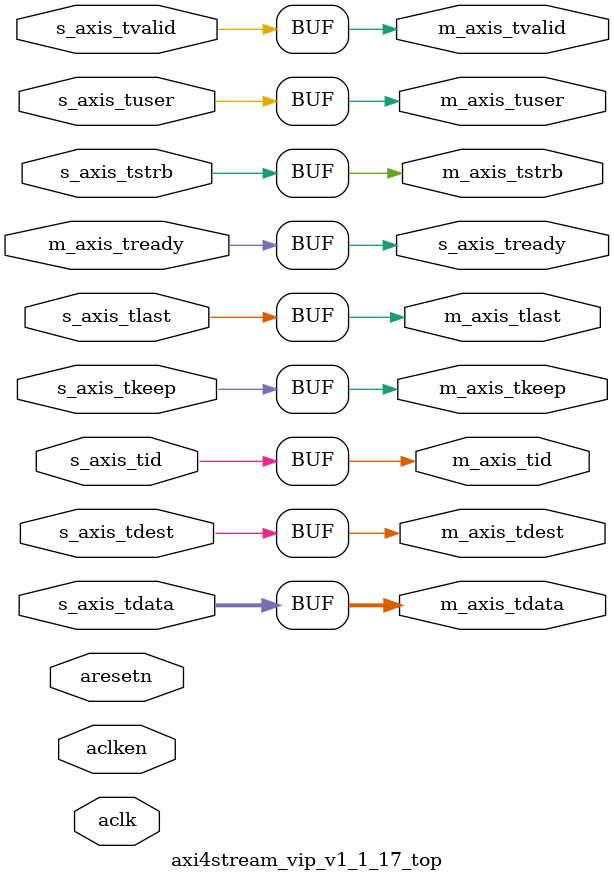
<source format=sv>

`timescale 1ps/1ps

(* DowngradeIPIdentifiedWarnings="yes" *) 
module axi4stream_vip_v1_1_17_top #
  (
   parameter [31:0]  C_AXI4STREAM_SIGNAL_SET         = 32'h063,
   parameter integer C_AXI4STREAM_INTERFACE_MODE     = 1,  //master, slave and bypass
   parameter integer C_AXI4STREAM_DATA_WIDTH        = 8,
   parameter integer C_AXI4STREAM_USER_BITS_PER_BYTE = 0,
   parameter integer C_AXI4STREAM_ID_WIDTH          = 0,
   parameter integer C_AXI4STREAM_DEST_WIDTH        = 0,
   parameter integer C_AXI4STREAM_USER_WIDTH        = 0,
   parameter integer C_AXI4STREAM_HAS_ARESETN       = 0
   )
  (
   // System Signals
   input wire aclk,
   input wire aresetn,
   input wire aclken,

   // Slave side
   input  wire                              s_axis_tvalid,
   output wire                              s_axis_tready,
   input  wire [C_AXI4STREAM_DATA_WIDTH==0? 0:C_AXI4STREAM_DATA_WIDTH-1:0]     s_axis_tdata,
   input  wire [C_AXI4STREAM_DATA_WIDTH/8==0? 0:C_AXI4STREAM_DATA_WIDTH/8-1:0]   s_axis_tstrb,
   input  wire [C_AXI4STREAM_DATA_WIDTH/8==0? 0:C_AXI4STREAM_DATA_WIDTH/8-1:0]   s_axis_tkeep,
   input  wire                              s_axis_tlast,
   input  wire [C_AXI4STREAM_ID_WIDTH==0? 0:C_AXI4STREAM_ID_WIDTH-1:0]         s_axis_tid,
   input  wire [C_AXI4STREAM_DEST_WIDTH==0? 0:C_AXI4STREAM_DEST_WIDTH-1:0]     s_axis_tdest,
   input  wire [C_AXI4STREAM_USER_WIDTH==0? 0:C_AXI4STREAM_USER_WIDTH-1:0]     s_axis_tuser,

   // Master side
   output wire                              m_axis_tvalid,
   input  wire                              m_axis_tready,
   output wire [C_AXI4STREAM_DATA_WIDTH==0? 0:C_AXI4STREAM_DATA_WIDTH-1:0]     m_axis_tdata,
   output wire [C_AXI4STREAM_DATA_WIDTH/8==0? 0:C_AXI4STREAM_DATA_WIDTH/8-1:0]   m_axis_tstrb,
   output wire [C_AXI4STREAM_DATA_WIDTH/8==0? 0:C_AXI4STREAM_DATA_WIDTH/8-1:0]   m_axis_tkeep,
   output wire                              m_axis_tlast,
   output wire [C_AXI4STREAM_ID_WIDTH==0? 0:C_AXI4STREAM_ID_WIDTH-1:0]         m_axis_tid,
   output wire [C_AXI4STREAM_DEST_WIDTH==0? 0:C_AXI4STREAM_DEST_WIDTH-1:0]     m_axis_tdest,
   output wire [C_AXI4STREAM_USER_WIDTH==0? 0:C_AXI4STREAM_USER_WIDTH-1:0]     m_axis_tuser
     );

    //output for slave side, 0 or interface signal(mux)
  assign s_axis_tready =  (C_AXI4STREAM_INTERFACE_MODE ==1 )? m_axis_tready : {1'b0};

  //output for master side, 0 or interface(mux)
  assign m_axis_tvalid = (C_AXI4STREAM_INTERFACE_MODE ==1 )? s_axis_tvalid : {1'b0};
  assign m_axis_tdata  = (C_AXI4STREAM_INTERFACE_MODE ==1 )? s_axis_tdata : {C_AXI4STREAM_DATA_WIDTH==0? 1:C_AXI4STREAM_DATA_WIDTH{1'b0}};
  assign m_axis_tstrb  =(C_AXI4STREAM_INTERFACE_MODE ==1 )? s_axis_tstrb : {C_AXI4STREAM_DATA_WIDTH/8==0? 1:(C_AXI4STREAM_DATA_WIDTH/8){1'b0}};
  assign m_axis_tkeep  =  (C_AXI4STREAM_INTERFACE_MODE ==1 )? s_axis_tkeep : {C_AXI4STREAM_DATA_WIDTH/8==0? 1:(C_AXI4STREAM_DATA_WIDTH/8){1'b0}};
  assign m_axis_tlast  = (C_AXI4STREAM_INTERFACE_MODE ==1 )? s_axis_tlast : {1'b0};
  assign m_axis_tid    = (C_AXI4STREAM_INTERFACE_MODE ==1 )? s_axis_tid: {C_AXI4STREAM_ID_WIDTH==0? 1: C_AXI4STREAM_ID_WIDTH{1'b0}};
  assign m_axis_tdest  = (C_AXI4STREAM_INTERFACE_MODE ==1 )? s_axis_tdest : {(C_AXI4STREAM_DEST_WIDTH==0? 1: C_AXI4STREAM_DEST_WIDTH){1'b0}};
  assign m_axis_tuser  =  (C_AXI4STREAM_INTERFACE_MODE ==1 )? s_axis_tuser: {(C_AXI4STREAM_USER_WIDTH==0? 1: C_AXI4STREAM_USER_WIDTH){1'b0}}; 

endmodule : axi4stream_vip_v1_1_17_top



</source>
